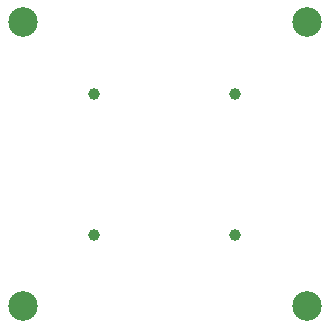
<source format=gts>
%TF.GenerationSoftware,KiCad,Pcbnew,(6.0.4)*%
%TF.CreationDate,2022-04-07T13:34:55+02:00*%
%TF.ProjectId,LSB1 Top Plate,4c534231-2054-46f7-9020-506c6174652e,v1.0*%
%TF.SameCoordinates,Original*%
%TF.FileFunction,Soldermask,Top*%
%TF.FilePolarity,Negative*%
%FSLAX46Y46*%
G04 Gerber Fmt 4.6, Leading zero omitted, Abs format (unit mm)*
G04 Created by KiCad (PCBNEW (6.0.4)) date 2022-04-07 13:34:55*
%MOMM*%
%LPD*%
G01*
G04 APERTURE LIST*
%ADD10C,2.500000*%
%ADD11C,1.000000*%
G04 APERTURE END LIST*
D10*
X43097185Y-72726815D03*
X43097185Y-48685185D03*
X67138815Y-72726815D03*
X67138815Y-48685185D03*
D11*
X49168000Y-66656000D03*
X61068000Y-54756000D03*
X61068000Y-66656000D03*
X49168000Y-54756000D03*
M02*

</source>
